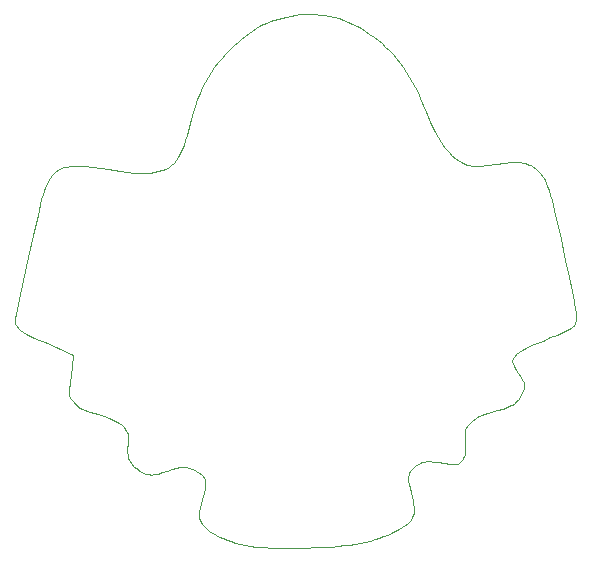
<source format=gbr>
%TF.GenerationSoftware,KiCad,Pcbnew,5.1.10*%
%TF.CreationDate,2021-09-11T14:13:10+02:00*%
%TF.ProjectId,seegeist,73656567-6569-4737-942e-6b696361645f,rev?*%
%TF.SameCoordinates,Original*%
%TF.FileFunction,Profile,NP*%
%FSLAX46Y46*%
G04 Gerber Fmt 4.6, Leading zero omitted, Abs format (unit mm)*
G04 Created by KiCad (PCBNEW 5.1.10) date 2021-09-11 14:13:10*
%MOMM*%
%LPD*%
G01*
G04 APERTURE LIST*
%TA.AperFunction,Profile*%
%ADD10C,0.100000*%
%TD*%
G04 APERTURE END LIST*
D10*
X41027000Y-69805300D02*
X40567700Y-69724700D01*
X40567700Y-69724700D02*
X40129100Y-69636400D01*
X40129100Y-69636400D02*
X39711500Y-69539900D01*
X39711500Y-69539900D02*
X39315500Y-69435600D01*
X39315500Y-69435600D02*
X38941600Y-69324300D01*
X38941600Y-69324300D02*
X38590300Y-69206000D01*
X38590300Y-69206000D02*
X38261900Y-69080600D01*
X38261900Y-69080600D02*
X37957000Y-68948200D01*
X37957000Y-68948200D02*
X37676200Y-68809400D01*
X37676200Y-68809400D02*
X37419800Y-68664900D01*
X37419800Y-68664900D02*
X37188200Y-68513900D01*
X37188200Y-68513900D02*
X36982100Y-68356600D01*
X36982100Y-68356600D02*
X36801800Y-68194100D01*
X36801800Y-68194100D02*
X36647900Y-68026500D01*
X36647900Y-68026500D02*
X36520800Y-67853200D01*
X36520800Y-67853200D02*
X36420900Y-67675400D01*
X36420900Y-67675400D02*
X36336800Y-67489900D01*
X36336800Y-67489900D02*
X36278300Y-67325500D01*
X36278300Y-67325500D02*
X36246400Y-67163700D01*
X36246400Y-67163700D02*
X36242100Y-66986500D01*
X36242100Y-66986500D02*
X36266400Y-66774100D01*
X36266400Y-66774100D02*
X36320200Y-66508100D01*
X36320200Y-66508100D02*
X36520100Y-65741800D01*
X36520100Y-65741800D02*
X36655000Y-65218600D01*
X36655000Y-65218600D02*
X36740100Y-64794500D01*
X36740100Y-64794500D02*
X36762700Y-64614800D01*
X36762700Y-64614800D02*
X36771400Y-64452900D01*
X36771400Y-64452900D02*
X36765600Y-64307100D01*
X36765600Y-64307100D02*
X36744800Y-64175400D01*
X36744800Y-64175400D02*
X36708600Y-64055100D01*
X36708600Y-64055100D02*
X36656600Y-63944500D01*
X36656600Y-63944500D02*
X36588000Y-63841500D01*
X36588000Y-63841500D02*
X36502600Y-63743000D01*
X36502600Y-63743000D02*
X36399600Y-63647700D01*
X36399600Y-63647700D02*
X36278900Y-63553000D01*
X36278900Y-63553000D02*
X35981600Y-63357300D01*
X35981600Y-63357300D02*
X35729800Y-63222300D01*
X35729800Y-63222300D02*
X35603500Y-63169900D01*
X35603500Y-63169900D02*
X35475600Y-63126400D01*
X35475600Y-63126400D02*
X35345400Y-63093100D01*
X35345400Y-63093100D02*
X35211800Y-63069500D01*
X35211800Y-63069500D02*
X35074000Y-63055400D01*
X35074000Y-63055400D02*
X34931100Y-63050900D01*
X34931100Y-63050900D02*
X34626400Y-63071400D01*
X34626400Y-63071400D02*
X34290400Y-63130200D01*
X34290400Y-63130200D02*
X33916100Y-63228700D01*
X33916100Y-63228700D02*
X33496200Y-63365600D01*
X33496200Y-63365600D02*
X33081900Y-63503700D01*
X33081900Y-63503700D02*
X32728800Y-63602200D01*
X32728800Y-63602200D02*
X32424100Y-63660400D01*
X32424100Y-63660400D02*
X32155300Y-63678400D01*
X32155300Y-63678400D02*
X32030400Y-63672600D01*
X32030400Y-63672600D02*
X31909700Y-63656600D01*
X31909700Y-63656600D02*
X31791600Y-63631000D01*
X31791600Y-63631000D02*
X31674500Y-63594500D01*
X31674500Y-63594500D02*
X31437200Y-63492200D01*
X31437200Y-63492200D02*
X31185100Y-63349500D01*
X31185100Y-63349500D02*
X31034900Y-63251000D01*
X31034900Y-63251000D02*
X30897200Y-63148100D01*
X30897200Y-63148100D02*
X30771800Y-63041300D01*
X30771800Y-63041300D02*
X30658500Y-62929300D01*
X30658500Y-62929300D02*
X30557200Y-62811600D01*
X30557200Y-62811600D02*
X30467700Y-62689500D01*
X30467700Y-62689500D02*
X30390000Y-62560900D01*
X30390000Y-62560900D02*
X30323600Y-62425900D01*
X30323600Y-62425900D02*
X30268700Y-62284600D01*
X30268700Y-62284600D02*
X30224900Y-62136200D01*
X30224900Y-62136200D02*
X30192200Y-61980800D01*
X30192200Y-61980800D02*
X30170400Y-61817700D01*
X30170400Y-61817700D02*
X30159200Y-61646200D01*
X30159200Y-61646200D02*
X30158700Y-61467100D01*
X30158700Y-61467100D02*
X30188800Y-61081500D01*
X30188800Y-61081500D02*
X30219000Y-60813500D01*
X30219000Y-60813500D02*
X30234200Y-60594700D01*
X30234200Y-60594700D02*
X30231600Y-60413000D01*
X30231600Y-60413000D02*
X30208800Y-60258300D01*
X30208800Y-60258300D02*
X30163000Y-60118200D01*
X30163000Y-60118200D02*
X30091700Y-59982600D01*
X30091700Y-59982600D02*
X29992200Y-59839900D01*
X29992200Y-59839900D02*
X29862080Y-59678800D01*
X29862080Y-59678800D02*
X29694050Y-59498400D01*
X29694050Y-59498400D02*
X29503450Y-59337300D01*
X29503450Y-59337300D02*
X29275040Y-59188900D01*
X29275040Y-59188900D02*
X28993600Y-59045600D01*
X28993600Y-59045600D02*
X28643920Y-58900400D01*
X28643920Y-58900400D02*
X28210830Y-58747500D01*
X28210830Y-58747500D02*
X27679120Y-58578700D01*
X27679120Y-58578700D02*
X27033610Y-58387400D01*
X27033610Y-58387400D02*
X26794970Y-58312600D01*
X26794970Y-58312600D02*
X26576280Y-58230700D01*
X26576280Y-58230700D02*
X26376460Y-58142400D01*
X26376460Y-58142400D02*
X26194300Y-58046500D01*
X26194300Y-58046500D02*
X26028700Y-57942200D01*
X26028700Y-57942200D02*
X25878390Y-57829000D01*
X25878390Y-57829000D02*
X25742340Y-57705600D01*
X25742340Y-57705600D02*
X25619340Y-57571900D01*
X25619340Y-57571900D02*
X25460720Y-57381300D01*
X25460720Y-57381300D02*
X25345840Y-57212400D01*
X25345840Y-57212400D02*
X25304270Y-57123500D01*
X25304270Y-57123500D02*
X25272930Y-57026300D01*
X25272930Y-57026300D02*
X25251630Y-56914400D01*
X25251630Y-56914400D02*
X25240110Y-56783200D01*
X25240110Y-56783200D02*
X25245420Y-56444200D01*
X25245420Y-56444200D02*
X25287060Y-55969600D01*
X25287060Y-55969600D02*
X25471910Y-54455700D01*
X25471910Y-54455700D02*
X25581990Y-53584500D01*
X25581990Y-53584500D02*
X24335180Y-52999200D01*
X24335180Y-52999200D02*
X23218460Y-52497800D01*
X23218460Y-52497800D02*
X22694930Y-52275800D01*
X22694930Y-52275800D02*
X22284360Y-52112700D01*
X22284360Y-52112700D02*
X21929300Y-51964300D01*
X21929300Y-51964300D02*
X21609050Y-51798700D01*
X21609050Y-51798700D02*
X21327420Y-51619600D01*
X21327420Y-51619600D02*
X21088330Y-51430300D01*
X21088330Y-51430300D02*
X20895548Y-51234500D01*
X20895548Y-51234500D02*
X20817834Y-51135400D01*
X20817834Y-51135400D02*
X20753104Y-51035600D01*
X20753104Y-51035600D02*
X20701934Y-50935800D01*
X20701934Y-50935800D02*
X20664772Y-50836700D01*
X20664772Y-50836700D02*
X20642130Y-50738800D01*
X20642130Y-50738800D02*
X20634455Y-50642300D01*
X20634455Y-50642300D02*
X20658632Y-50444600D01*
X20658632Y-50444600D02*
X20727264Y-50060200D01*
X20727264Y-50060200D02*
X20974540Y-48835800D01*
X20974540Y-48835800D02*
X21329720Y-47177400D01*
X21329720Y-47177400D02*
X21746120Y-45293200D01*
X21746120Y-45293200D02*
X22177160Y-43391300D01*
X22177160Y-43391300D02*
X22576220Y-41680100D01*
X22576220Y-41680100D02*
X22896730Y-40367900D01*
X22896730Y-40367900D02*
X23012890Y-39926500D01*
X23012890Y-39926500D02*
X23091940Y-39663000D01*
X23091940Y-39663000D02*
X23211940Y-39346000D01*
X23211940Y-39346000D02*
X23339030Y-39057600D01*
X23339030Y-39057600D02*
X23474440Y-38796700D01*
X23474440Y-38796700D02*
X23619700Y-38562700D01*
X23619700Y-38562700D02*
X23776080Y-38354800D01*
X23776080Y-38354800D02*
X23945010Y-38172000D01*
X23945010Y-38172000D02*
X24127810Y-38013600D01*
X24127810Y-38013600D02*
X24325840Y-37878700D01*
X24325840Y-37878700D02*
X24540560Y-37766500D01*
X24540560Y-37766500D02*
X24773320Y-37676300D01*
X24773320Y-37676300D02*
X25025390Y-37607200D01*
X25025390Y-37607200D02*
X25298250Y-37558300D01*
X25298250Y-37558300D02*
X25593250Y-37528800D01*
X25593250Y-37528800D02*
X25911780Y-37518000D01*
X25911780Y-37518000D02*
X26255130Y-37525000D01*
X26255130Y-37525000D02*
X26624700Y-37548900D01*
X26624700Y-37548900D02*
X27241490Y-37612800D01*
X27241490Y-37612800D02*
X27907080Y-37701600D01*
X27907080Y-37701600D02*
X28541330Y-37803700D01*
X28541330Y-37803700D02*
X29064350Y-37907100D01*
X29064350Y-37907100D02*
X29566830Y-38001400D01*
X29566830Y-38001400D02*
X30145400Y-38078700D01*
X30145400Y-38078700D02*
X30728600Y-38131000D01*
X30728600Y-38131000D02*
X31244700Y-38150100D01*
X31244700Y-38150100D02*
X31686900Y-38141500D01*
X31686900Y-38141500D02*
X32094000Y-38114400D01*
X32094000Y-38114400D02*
X32467800Y-38067500D01*
X32467800Y-38067500D02*
X32810500Y-37999000D01*
X32810500Y-37999000D02*
X33123700Y-37907300D01*
X33123700Y-37907300D02*
X33409600Y-37791000D01*
X33409600Y-37791000D02*
X33670000Y-37648300D01*
X33670000Y-37648300D02*
X33906800Y-37477800D01*
X33906800Y-37477800D02*
X34122100Y-37277900D01*
X34122100Y-37277900D02*
X34317700Y-37046900D01*
X34317700Y-37046900D02*
X34495500Y-36783300D01*
X34495500Y-36783300D02*
X34657500Y-36485500D01*
X34657500Y-36485500D02*
X34805600Y-36151900D01*
X34805600Y-36151900D02*
X34941800Y-35781000D01*
X34941800Y-35781000D02*
X35068000Y-35371000D01*
X35068000Y-35371000D02*
X35186100Y-34920600D01*
X35186100Y-34920600D02*
X35356000Y-34251400D01*
X35356000Y-34251400D02*
X35531700Y-33617600D01*
X35531700Y-33617600D02*
X35714100Y-33017100D01*
X35714100Y-33017100D02*
X35904600Y-32448060D01*
X35904600Y-32448060D02*
X36104000Y-31908280D01*
X36104000Y-31908280D02*
X36313400Y-31395880D01*
X36313400Y-31395880D02*
X36534000Y-30908810D01*
X36534000Y-30908810D02*
X36766700Y-30444960D01*
X36766700Y-30444960D02*
X37012700Y-30002340D01*
X37012700Y-30002340D02*
X37273000Y-29578970D01*
X37273000Y-29578970D02*
X37548700Y-29172810D01*
X37548700Y-29172810D02*
X37840900Y-28781810D01*
X37840900Y-28781810D02*
X38150600Y-28403990D01*
X38150600Y-28403990D02*
X38478800Y-28037230D01*
X38478800Y-28037230D02*
X38826800Y-27679620D01*
X38826800Y-27679620D02*
X39195500Y-27329100D01*
X39195500Y-27329100D02*
X39512700Y-27045500D01*
X39512700Y-27045500D02*
X39824500Y-26781590D01*
X39824500Y-26781590D02*
X40132000Y-26536680D01*
X40132000Y-26536680D02*
X40436700Y-26310120D01*
X40436700Y-26310120D02*
X40740000Y-26101220D01*
X40740000Y-26101220D02*
X41043300Y-25909210D01*
X41043300Y-25909210D02*
X41347900Y-25733570D01*
X41347900Y-25733570D02*
X41655200Y-25573540D01*
X41655200Y-25573540D02*
X41966600Y-25428410D01*
X41966600Y-25428410D02*
X42283400Y-25297540D01*
X42283400Y-25297540D02*
X42607200Y-25180230D01*
X42607200Y-25180230D02*
X42939100Y-25075850D01*
X42939100Y-25075850D02*
X43280600Y-24983680D01*
X43280600Y-24983680D02*
X43633000Y-24903080D01*
X43633000Y-24903080D02*
X43997800Y-24833300D01*
X43997800Y-24833300D02*
X44376400Y-24773690D01*
X44376400Y-24773690D02*
X44794800Y-24724760D01*
X44794800Y-24724760D02*
X45211700Y-24696550D01*
X45211700Y-24696550D02*
X45626700Y-24688870D01*
X45626700Y-24688870D02*
X46039500Y-24701470D01*
X46039500Y-24701470D02*
X46449500Y-24734160D01*
X46449500Y-24734160D02*
X46856300Y-24786540D01*
X46856300Y-24786540D02*
X47259900Y-24858430D01*
X47259900Y-24858430D02*
X47659700Y-24949580D01*
X47659700Y-24949580D02*
X48054900Y-25059720D01*
X48054900Y-25059720D02*
X48445700Y-25188610D01*
X48445700Y-25188610D02*
X48832100Y-25335980D01*
X48832100Y-25335980D02*
X49212700Y-25501570D01*
X49212700Y-25501570D02*
X49588100Y-25685210D01*
X49588100Y-25685210D02*
X49957200Y-25886500D01*
X49957200Y-25886500D02*
X50320500Y-26105250D01*
X50320500Y-26105250D02*
X50676100Y-26341270D01*
X50676100Y-26341270D02*
X51025300Y-26594180D01*
X51025300Y-26594180D02*
X51366900Y-26863840D01*
X51366900Y-26863840D02*
X51700800Y-27149940D01*
X51700800Y-27149940D02*
X52026400Y-27452230D01*
X52026400Y-27452230D02*
X52343000Y-27770440D01*
X52343000Y-27770440D02*
X52651300Y-28104390D01*
X52651300Y-28104390D02*
X52950000Y-28453680D01*
X52950000Y-28453680D02*
X53239100Y-28818200D01*
X53239100Y-28818200D02*
X53517900Y-29197630D01*
X53517900Y-29197630D02*
X53786600Y-29591700D01*
X53786600Y-29591700D02*
X54044400Y-30000220D01*
X54044400Y-30000220D02*
X54291200Y-30422820D01*
X54291200Y-30422820D02*
X54526600Y-30859360D01*
X54526600Y-30859360D02*
X54749900Y-31309590D01*
X54749900Y-31309590D02*
X54960900Y-31773130D01*
X54960900Y-31773130D02*
X55159200Y-32249840D01*
X55159200Y-32249840D02*
X55513600Y-33118300D01*
X55513600Y-33118300D02*
X55841700Y-33872000D01*
X55841700Y-33872000D02*
X56150600Y-34521700D01*
X56150600Y-34521700D02*
X56446100Y-35078600D01*
X56446100Y-35078600D02*
X56734000Y-35553500D01*
X56734000Y-35553500D02*
X56877200Y-35763700D01*
X56877200Y-35763700D02*
X57021200Y-35957400D01*
X57021200Y-35957400D02*
X57166300Y-36136200D01*
X57166300Y-36136200D02*
X57313500Y-36301400D01*
X57313500Y-36301400D02*
X57463100Y-36454200D01*
X57463100Y-36454200D02*
X57617300Y-36596200D01*
X57617300Y-36596200D02*
X58024700Y-36938300D01*
X58024700Y-36938300D02*
X58211500Y-37078500D01*
X58211500Y-37078500D02*
X58391900Y-37199100D01*
X58391900Y-37199100D02*
X58569000Y-37300800D01*
X58569000Y-37300800D02*
X58747500Y-37384600D01*
X58747500Y-37384600D02*
X58929800Y-37451100D01*
X58929800Y-37451100D02*
X59119800Y-37501000D01*
X59119800Y-37501000D02*
X59321200Y-37535200D01*
X59321200Y-37535200D02*
X59537400Y-37554400D01*
X59537400Y-37554400D02*
X59772200Y-37559500D01*
X59772200Y-37559500D02*
X60028700Y-37551100D01*
X60028700Y-37551100D02*
X60622900Y-37497100D01*
X60622900Y-37497100D02*
X61347600Y-37398500D01*
X61347600Y-37398500D02*
X62070300Y-37303400D01*
X62070300Y-37303400D02*
X62687600Y-37251100D01*
X62687600Y-37251100D02*
X62960700Y-37241700D01*
X62960700Y-37241700D02*
X63213300Y-37243700D01*
X63213300Y-37243700D02*
X63445500Y-37257400D01*
X63445500Y-37257400D02*
X63659800Y-37283100D01*
X63659800Y-37283100D02*
X63858100Y-37321100D01*
X63858100Y-37321100D02*
X64041000Y-37371500D01*
X64041000Y-37371500D02*
X64211800Y-37434600D01*
X64211800Y-37434600D02*
X64370400Y-37510700D01*
X64370400Y-37510700D02*
X64519400Y-37600100D01*
X64519400Y-37600100D02*
X64660800Y-37703000D01*
X64660800Y-37703000D02*
X64795100Y-37819700D01*
X64795100Y-37819700D02*
X64925000Y-37950300D01*
X64925000Y-37950300D02*
X65203200Y-38263900D01*
X65203200Y-38263900D02*
X65322800Y-38420000D01*
X65322800Y-38420000D02*
X65434100Y-38589600D01*
X65434100Y-38589600D02*
X65539000Y-38783200D01*
X65539000Y-38783200D02*
X65642000Y-39011300D01*
X65642000Y-39011300D02*
X65745600Y-39284300D01*
X65745600Y-39284300D02*
X65853700Y-39612500D01*
X65853700Y-39612500D02*
X65968200Y-40006600D01*
X65968200Y-40006600D02*
X66094200Y-40477000D01*
X66094200Y-40477000D02*
X66389700Y-41688500D01*
X66389700Y-41688500D02*
X66766400Y-43330600D01*
X66766400Y-43330600D02*
X67250000Y-45487100D01*
X67250000Y-45487100D02*
X67571700Y-46944500D01*
X67571700Y-46944500D02*
X67818000Y-48099700D01*
X67818000Y-48099700D02*
X67993900Y-48994100D01*
X67993900Y-48994100D02*
X68105800Y-49668900D01*
X68105800Y-49668900D02*
X68139100Y-49937500D01*
X68139100Y-49937500D02*
X68158200Y-50166500D01*
X68158200Y-50166500D02*
X68164600Y-50361000D01*
X68164600Y-50361000D02*
X68158200Y-50527300D01*
X68158200Y-50527300D02*
X68140300Y-50669300D01*
X68140300Y-50669300D02*
X68111600Y-50793400D01*
X68111600Y-50793400D02*
X68071900Y-50903400D01*
X68071900Y-50903400D02*
X68022600Y-51005700D01*
X68022600Y-51005700D02*
X67982300Y-51062000D01*
X67982300Y-51062000D02*
X67918400Y-51124700D01*
X67918400Y-51124700D02*
X67718200Y-51268000D01*
X67718200Y-51268000D02*
X67424600Y-51434900D01*
X67424600Y-51434900D02*
X67037600Y-51625500D01*
X67037600Y-51625500D02*
X66559200Y-51838500D01*
X66559200Y-51838500D02*
X65990600Y-52074500D01*
X65990600Y-52074500D02*
X65332400Y-52331600D01*
X65332400Y-52331600D02*
X64586000Y-52609900D01*
X64586000Y-52609900D02*
X64223900Y-52758900D01*
X64223900Y-52758900D02*
X63885600Y-52930300D01*
X63885600Y-52930300D02*
X63577900Y-53117100D01*
X63577900Y-53117100D02*
X63308600Y-53314100D01*
X63308600Y-53314100D02*
X63086000Y-53514300D01*
X63086000Y-53514300D02*
X62994600Y-53614100D01*
X62994600Y-53614100D02*
X62917800Y-53711900D01*
X62917800Y-53711900D02*
X62855800Y-53807900D01*
X62855800Y-53807900D02*
X62811000Y-53900600D01*
X62811000Y-53900600D02*
X62782900Y-53990200D01*
X62782900Y-53990200D02*
X62773300Y-54074600D01*
X62773300Y-54074600D02*
X62784100Y-54153900D01*
X62784100Y-54153900D02*
X62813600Y-54256300D01*
X62813600Y-54256300D02*
X62922900Y-54510200D01*
X62922900Y-54510200D02*
X63084100Y-54802500D01*
X63084100Y-54802500D02*
X63281100Y-55100600D01*
X63281100Y-55100600D02*
X63477500Y-55389000D01*
X63477500Y-55389000D02*
X63622700Y-55646800D01*
X63622700Y-55646800D02*
X63675800Y-55767000D01*
X63675800Y-55767000D02*
X63716700Y-55882800D01*
X63716700Y-55882800D02*
X63745500Y-55995400D01*
X63745500Y-55995400D02*
X63761500Y-56106000D01*
X63761500Y-56106000D02*
X63765300Y-56215400D01*
X63765300Y-56215400D02*
X63757000Y-56325400D01*
X63757000Y-56325400D02*
X63736500Y-56436700D01*
X63736500Y-56436700D02*
X63703900Y-56550600D01*
X63703900Y-56550600D02*
X63604100Y-56790400D01*
X63604100Y-56790400D02*
X63457000Y-57054000D01*
X63457000Y-57054000D02*
X63297100Y-57285500D01*
X63297100Y-57285500D02*
X63208800Y-57390400D01*
X63208800Y-57390400D02*
X63113500Y-57488900D01*
X63113500Y-57488900D02*
X63009900Y-57581700D01*
X63009900Y-57581700D02*
X62896700Y-57668600D01*
X62896700Y-57668600D02*
X62772600Y-57751200D01*
X62772600Y-57751200D02*
X62636400Y-57829800D01*
X62636400Y-57829800D02*
X62324200Y-57978200D01*
X62324200Y-57978200D02*
X61950100Y-58118300D01*
X61950100Y-58118300D02*
X61504200Y-58255800D01*
X61504200Y-58255800D02*
X60977800Y-58395300D01*
X60977800Y-58395300D02*
X60676600Y-58475200D01*
X60676600Y-58475200D02*
X60407900Y-58559000D01*
X60407900Y-58559000D02*
X60167400Y-58647900D01*
X60167400Y-58647900D02*
X59951900Y-58743200D01*
X59951900Y-58743200D02*
X59757400Y-58847500D01*
X59757400Y-58847500D02*
X59580300Y-58962000D01*
X59580300Y-58962000D02*
X59417200Y-59089200D01*
X59417200Y-59089200D02*
X59263600Y-59230000D01*
X59263600Y-59230000D02*
X59089700Y-59407800D01*
X59089700Y-59407800D02*
X58957300Y-59560600D01*
X58957300Y-59560600D02*
X58862000Y-59707100D01*
X58862000Y-59707100D02*
X58798600Y-59865100D01*
X58798600Y-59865100D02*
X58761500Y-60051200D01*
X58761500Y-60051200D02*
X58744900Y-60284100D01*
X58744900Y-60284100D02*
X58744900Y-60580800D01*
X58744900Y-60580800D02*
X58755800Y-60958900D01*
X58755800Y-60958900D02*
X58762800Y-61572200D01*
X58762800Y-61572200D02*
X58750600Y-61800600D01*
X58750600Y-61800600D02*
X58725100Y-61988600D01*
X58725100Y-61988600D02*
X58685400Y-62146000D01*
X58685400Y-62146000D02*
X58629100Y-62279700D01*
X58629100Y-62279700D02*
X58554900Y-62399900D01*
X58554900Y-62399900D02*
X58461500Y-62515100D01*
X58461500Y-62515100D02*
X58364300Y-62614800D01*
X58364300Y-62614800D02*
X58270300Y-62693500D01*
X58270300Y-62693500D02*
X58175000Y-62752400D01*
X58175000Y-62752400D02*
X58073900Y-62792000D01*
X58073900Y-62792000D02*
X57963300Y-62814400D01*
X57963300Y-62814400D02*
X57839200Y-62820800D01*
X57839200Y-62820800D02*
X57695900Y-62811800D01*
X57695900Y-62811800D02*
X57530900Y-62789400D01*
X57530900Y-62789400D02*
X56443500Y-62622500D01*
X56443500Y-62622500D02*
X56063600Y-62576400D01*
X56063600Y-62576400D02*
X55765500Y-62554700D01*
X55765500Y-62554700D02*
X55528200Y-62557300D01*
X55528200Y-62557300D02*
X55331200Y-62581600D01*
X55331200Y-62581600D02*
X55152100Y-62628300D01*
X55152100Y-62628300D02*
X54971800Y-62696100D01*
X54971800Y-62696100D02*
X54859200Y-62750400D01*
X54859200Y-62750400D02*
X54742100Y-62820200D01*
X54742100Y-62820200D02*
X54510000Y-62994100D01*
X54510000Y-62994100D02*
X54301400Y-63196300D01*
X54301400Y-63196300D02*
X54215100Y-63300500D01*
X54215100Y-63300500D02*
X54144700Y-63402900D01*
X54144700Y-63402900D02*
X54052000Y-63562800D01*
X54052000Y-63562800D02*
X53986100Y-63703500D01*
X53986100Y-63703500D02*
X53948400Y-63844800D01*
X53948400Y-63844800D02*
X53938800Y-64004100D01*
X53938800Y-64004100D02*
X53957900Y-64200500D01*
X53957900Y-64200500D02*
X54007200Y-64451800D01*
X54007200Y-64451800D02*
X54194000Y-65193200D01*
X54194000Y-65193200D02*
X54283500Y-65548100D01*
X54283500Y-65548100D02*
X54352600Y-65871800D01*
X54352600Y-65871800D02*
X54400600Y-66167300D01*
X54400600Y-66167300D02*
X54426800Y-66437200D01*
X54426800Y-66437200D02*
X54429400Y-66684100D01*
X54429400Y-66684100D02*
X54406400Y-66909900D01*
X54406400Y-66909900D02*
X54358400Y-67118400D01*
X54358400Y-67118400D02*
X54282300Y-67311600D01*
X54282300Y-67311600D02*
X54177400Y-67492000D01*
X54177400Y-67492000D02*
X54043100Y-67662700D01*
X54043100Y-67662700D02*
X53877400Y-67826500D01*
X53877400Y-67826500D02*
X53679100Y-67985700D01*
X53679100Y-67985700D02*
X53446900Y-68142400D01*
X53446900Y-68142400D02*
X53179600Y-68300400D01*
X53179600Y-68300400D02*
X52875700Y-68461600D01*
X52875700Y-68461600D02*
X52534800Y-68629200D01*
X52534800Y-68629200D02*
X52201600Y-68778900D01*
X52201600Y-68778900D02*
X51856200Y-68918900D01*
X51856200Y-68918900D02*
X51496100Y-69048200D01*
X51496100Y-69048200D02*
X51121300Y-69167800D01*
X51121300Y-69167800D02*
X50730500Y-69277100D01*
X50730500Y-69277100D02*
X50321700Y-69376900D01*
X50321700Y-69376900D02*
X49894500Y-69467700D01*
X49894500Y-69467700D02*
X49446700Y-69549000D01*
X49446700Y-69549000D02*
X48978500Y-69621300D01*
X48978500Y-69621300D02*
X48487300Y-69684600D01*
X48487300Y-69684600D02*
X47973100Y-69738900D01*
X47973100Y-69738900D02*
X47433900Y-69785600D01*
X47433900Y-69785600D02*
X46868400Y-69824000D01*
X46868400Y-69824000D02*
X46276100Y-69854100D01*
X46276100Y-69854100D02*
X45004100Y-69891200D01*
X45004100Y-69891200D02*
X43721600Y-69900800D01*
X43721600Y-69900800D02*
X42544300Y-69887300D01*
X42544300Y-69887300D02*
X41602700Y-69854700D01*
X41602700Y-69854700D02*
X41260900Y-69832300D01*
X41260900Y-69832300D02*
X41027100Y-69805500D01*
X41027100Y-69805500D02*
X41027000Y-69805500D01*
X41027000Y-69805500D02*
X41027000Y-69805300D01*
M02*

</source>
